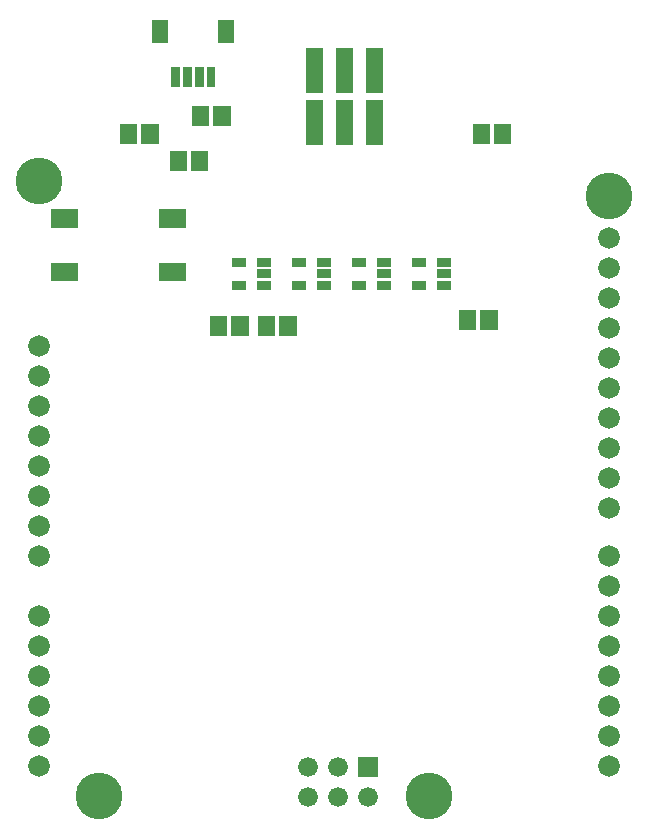
<source format=gbr>
G04 start of page 6 for group -4063 idx -4063 *
G04 Title: (unknown), componentmask *
G04 Creator: pcb 4.0.2 *
G04 CreationDate: Thu Oct 28 20:11:09 2021 UTC *
G04 For: ndholmes *
G04 Format: Gerber/RS-274X *
G04 PCB-Dimensions (mil): 2100.00 2700.00 *
G04 PCB-Coordinate-Origin: lower left *
%MOIN*%
%FSLAX25Y25*%
%LNTOPMASK*%
%ADD36C,0.0001*%
%ADD35C,0.0660*%
%ADD34C,0.1560*%
%ADD33C,0.0720*%
G54D33*X200000Y20000D03*
Y30000D03*
Y40000D03*
Y50000D03*
Y60000D03*
Y70000D03*
G54D34*X140000Y10000D03*
G54D35*X119803Y9449D03*
X109803D03*
X99803D03*
G54D36*G36*
X116503Y22749D02*Y16149D01*
X123103D01*
Y22749D01*
X116503D01*
G37*
G54D35*X109803Y19449D03*
X99803D03*
G54D33*X10000Y130000D03*
Y120000D03*
Y110000D03*
Y100000D03*
Y160000D03*
Y150000D03*
Y140000D03*
G54D34*Y215000D03*
G54D33*Y90000D03*
Y70000D03*
Y60000D03*
Y50000D03*
Y40000D03*
Y30000D03*
Y20000D03*
G54D34*X30000Y10000D03*
G54D33*X200000Y80000D03*
Y90000D03*
Y106000D03*
Y116000D03*
Y126000D03*
Y136000D03*
Y146000D03*
Y156000D03*
Y166000D03*
Y176000D03*
Y186000D03*
Y196000D03*
G54D34*Y210000D03*
G54D36*G36*
X95902Y169752D02*X90184D01*
Y163248D01*
X95902D01*
Y169752D01*
G37*
G36*
X88816D02*X83098D01*
Y163248D01*
X88816D01*
Y169752D01*
G37*
G36*
X79902D02*X74184D01*
Y163248D01*
X79902D01*
Y169752D01*
G37*
G36*
X72816D02*X67098D01*
Y163248D01*
X72816D01*
Y169752D01*
G37*
G36*
X155816Y171752D02*X150098D01*
Y165248D01*
X155816D01*
Y171752D01*
G37*
G36*
X162902D02*X157184D01*
Y165248D01*
X162902D01*
Y171752D01*
G37*
G36*
X114500Y189300D02*Y186300D01*
X119100D01*
Y189300D01*
X114500D01*
G37*
G36*
X134500D02*Y186300D01*
X139100D01*
Y189300D01*
X134500D01*
G37*
G36*
X142700D02*Y186300D01*
X147300D01*
Y189300D01*
X142700D01*
G37*
G36*
X114500Y181500D02*Y178500D01*
X119100D01*
Y181500D01*
X114500D01*
G37*
G36*
X134500D02*Y178500D01*
X139100D01*
Y181500D01*
X134500D01*
G37*
G36*
X142700D02*Y178500D01*
X147300D01*
Y181500D01*
X142700D01*
G37*
G36*
Y185400D02*Y182400D01*
X147300D01*
Y185400D01*
X142700D01*
G37*
G36*
X122700Y181500D02*Y178500D01*
X127300D01*
Y181500D01*
X122700D01*
G37*
G36*
Y185400D02*Y182400D01*
X127300D01*
Y185400D01*
X122700D01*
G37*
G36*
Y189300D02*Y186300D01*
X127300D01*
Y189300D01*
X122700D01*
G37*
G36*
X42816Y233752D02*X37098D01*
Y227248D01*
X42816D01*
Y233752D01*
G37*
G36*
X167445D02*X161727D01*
Y227248D01*
X167445D01*
Y233752D01*
G37*
G36*
X160359D02*X154641D01*
Y227248D01*
X160359D01*
Y233752D01*
G37*
G36*
X124800Y259284D02*X119200D01*
Y244196D01*
X124800D01*
Y259284D01*
G37*
G36*
X114800D02*X109200D01*
Y244196D01*
X114800D01*
Y259284D01*
G37*
G36*
X104800D02*X99200D01*
Y244196D01*
X104800D01*
Y259284D01*
G37*
G36*
Y241804D02*X99200D01*
Y226716D01*
X104800D01*
Y241804D01*
G37*
G36*
X114800D02*X109200D01*
Y226716D01*
X114800D01*
Y241804D01*
G37*
G36*
X124800D02*X119200D01*
Y226716D01*
X124800D01*
Y241804D01*
G37*
G36*
X73902Y239752D02*X68184D01*
Y233248D01*
X73902D01*
Y239752D01*
G37*
G36*
X66816D02*X61098D01*
Y233248D01*
X66816D01*
Y239752D01*
G37*
G36*
X68887Y252851D02*X65925D01*
Y246149D01*
X68887D01*
Y252851D01*
G37*
G36*
X64950D02*X61988D01*
Y246149D01*
X64950D01*
Y252851D01*
G37*
G36*
X61012D02*X58050D01*
Y246149D01*
X61012D01*
Y252851D01*
G37*
G36*
X57075D02*X54113D01*
Y246149D01*
X57075D01*
Y252851D01*
G37*
G36*
X75186Y268599D02*X69862D01*
Y260913D01*
X75186D01*
Y268599D01*
G37*
G36*
X53138D02*X47814D01*
Y260913D01*
X53138D01*
Y268599D01*
G37*
G36*
X49902Y233752D02*X44184D01*
Y227248D01*
X49902D01*
Y233752D01*
G37*
G36*
X59316Y224752D02*X53598D01*
Y218248D01*
X59316D01*
Y224752D01*
G37*
G36*
X66402D02*X60684D01*
Y218248D01*
X66402D01*
Y224752D01*
G37*
G36*
X50000Y205450D02*Y199350D01*
X58900D01*
Y205450D01*
X50000D01*
G37*
G36*
X94500Y189300D02*Y186300D01*
X99100D01*
Y189300D01*
X94500D01*
G37*
G36*
X102700D02*Y186300D01*
X107300D01*
Y189300D01*
X102700D01*
G37*
G36*
X74500D02*Y186300D01*
X79100D01*
Y189300D01*
X74500D01*
G37*
G36*
X82700D02*Y186300D01*
X87300D01*
Y189300D01*
X82700D01*
G37*
G36*
X94500Y181500D02*Y178500D01*
X99100D01*
Y181500D01*
X94500D01*
G37*
G36*
X102700D02*Y178500D01*
X107300D01*
Y181500D01*
X102700D01*
G37*
G36*
Y185400D02*Y182400D01*
X107300D01*
Y185400D01*
X102700D01*
G37*
G36*
X82700Y181500D02*Y178500D01*
X87300D01*
Y181500D01*
X82700D01*
G37*
G36*
Y185400D02*Y182400D01*
X87300D01*
Y185400D01*
X82700D01*
G37*
G36*
X74500Y181500D02*Y178500D01*
X79100D01*
Y181500D01*
X74500D01*
G37*
G36*
X50000Y187650D02*Y181550D01*
X58900D01*
Y187650D01*
X50000D01*
G37*
G36*
X14100D02*Y181550D01*
X23000D01*
Y187650D01*
X14100D01*
G37*
G36*
Y205450D02*Y199350D01*
X23000D01*
Y205450D01*
X14100D01*
G37*
M02*

</source>
